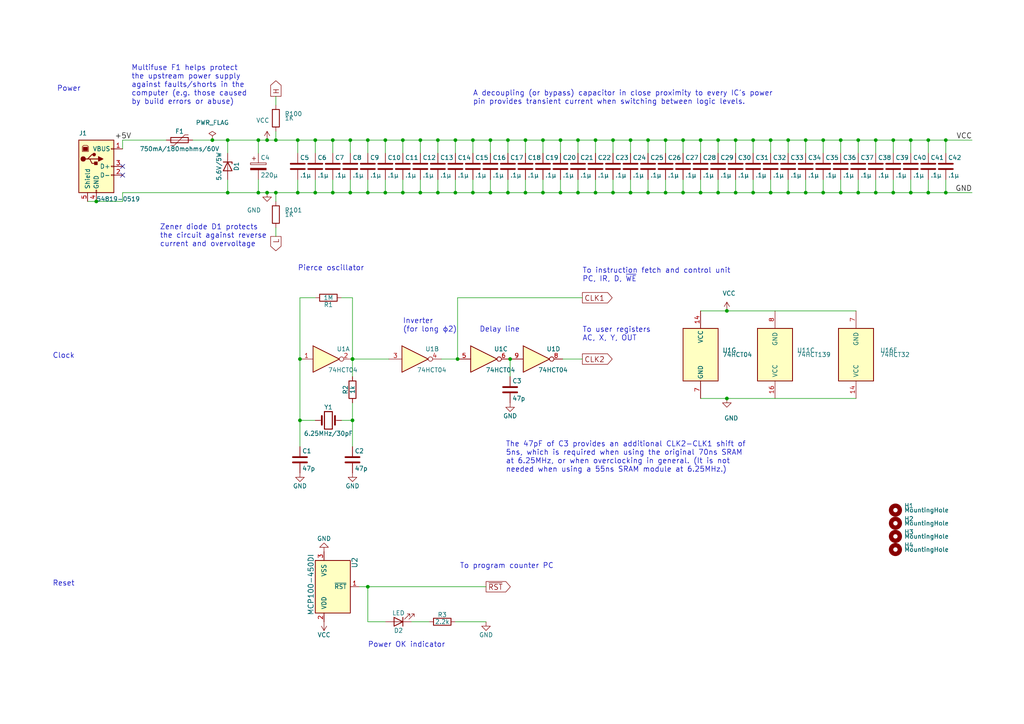
<source format=kicad_sch>
(kicad_sch (version 20211123) (generator eeschema)
  (paper "A4")
  (title_block (title "Gigatron Power, Clock and Reset") (date "2020-03-20") (rev "Release") (company "Marcel van Kervinck and Walter Belgers") (comment 1 "(POR) supervisory circuit holds /RESET low for 350ms during power up and brown outs.") (comment 2 "clock phase. This is useful for the /WE pulse derived from it. (3) The Power-On Reset") (comment 3 "(2) The oscillator generates 6.25MHz square waves. The HCT-inverter gives a long 2nd") (comment 4 "(1) Power comes from the +5V that a USB charger provides. The data lines are not used."))
  (lib_symbols
    (symbol "74xx:74HCT04"
      (property "Reference" "U" (at 0 1.27 0))
      (property "Value" "74HCT04" (at 0 -1.27 0))
      (symbol "74HCT04_1_0"
        (pin input line (at -7.62 0 0) (length 3.81) (name "~") (number "1"))
        (pin output inverted (at 7.62 0 180) (length 3.81) (name "~") (number "2"))
      )
      (symbol "74HCT04_2_0"
        (pin input line (at -7.62 0 0) (length 3.81) (name "~") (number "3"))
        (pin output inverted (at 7.62 0 180) (length 3.81) (name "~") (number "4"))
      )
      (symbol "74HCT04_3_0"
        (pin input line (at -7.62 0 0) (length 3.81) (name "~") (number "5"))
        (pin output inverted (at 7.62 0 180) (length 3.81) (name "~") (number "6"))
      )
      (symbol "74HCT04_4_0"
        (pin output inverted (at 7.62 0 180) (length 3.81) (name "~") (number "8"))
        (pin input line (at -7.62 0 0) (length 3.81) (name "~") (number "9"))
      )
      (symbol "74HCT04_5_0"
        (pin output inverted (at 7.62 0 180) (length 3.81) (name "~") (number "10"))
        (pin input line (at -7.62 0 0) (length 3.81) (name "~") (number "11"))
      )
      (symbol "74HCT04_6_0"
        (pin output inverted (at 7.62 0 180) (length 3.81) (name "~") (number "12"))
        (pin input line (at -7.62 0 0) (length 3.81) (name "~") (number "13"))
      )
      (symbol "74HCT04_7_0"
        (pin power_in line (at 0 12.7 270) (length 5.08) (name "VCC") (number "14"))
        (pin power_in line (at 0 -12.7 90) (length 5.08) (name "GND") (number "7"))
      )
    )
    (symbol "74xx:74LS139" (pin_names (offset 1.016))
      (property "Reference" "U" (at -7.62 8.89 0))
      (property "Value" "74LS139" (at -7.62 -8.89 0))
      (symbol "74LS139_1_0"
        (pin input inverted (at -12.7 -5.08 0) (length 5.08) (name "E") (number "1"))
        (pin input line (at -12.7 0 0) (length 5.08) (name "A0") (number "2"))
        (pin input line (at -12.7 2.54 0) (length 5.08) (name "A1") (number "3"))
        (pin output inverted (at 12.7 2.54 180) (length 5.08) (name "O0") (number "4"))
        (pin output inverted (at 12.7 0 180) (length 5.08) (name "O1") (number "5"))
        (pin output inverted (at 12.7 -2.54 180) (length 5.08) (name "O2") (number "6"))
        (pin output inverted (at 12.7 -5.08 180) (length 5.08) (name "O3") (number "7"))
      )
      (symbol "74LS139_2_0"
        (pin output inverted (at 12.7 -2.54 180) (length 5.08) (name "O2") (number "10"))
        (pin output inverted (at 12.7 0 180) (length 5.08) (name "O1") (number "11"))
        (pin output inverted (at 12.7 2.54 180) (length 5.08) (name "O0") (number "12"))
        (pin input line (at -12.7 2.54 0) (length 5.08) (name "A1") (number "13"))
        (pin input line (at -12.7 0 0) (length 5.08) (name "A0") (number "14"))
        (pin input inverted (at -12.7 -5.08 0) (length 5.08) (name "E") (number "15"))
        (pin output inverted (at 12.7 -5.08 180) (length 5.08) (name "O3") (number "9"))
      )
      (symbol "74LS139_3_0"
        (pin power_in line (at 0 12.7 270) (length 5.08) (name "VCC") (number "16"))
        (pin power_in line (at 0 -12.7 90) (length 5.08) (name "GND") (number "8"))
      )
    )
    (symbol "74xx:74LS32" (pin_names (offset 1.016))
      (property "Reference" "U" (at 0 1.27 0))
      (property "Value" "74LS32" (at 0 -1.27 0))
      (symbol "74LS32_1_1"
        (pin input line (at -7.62 2.54 0) (length 4.318) (name "~") (number "1"))
        (pin input line (at -7.62 -2.54 0) (length 4.318) (name "~") (number "2"))
        (pin output line (at 7.62 0 180) (length 3.81) (name "~") (number "3"))
      )
      (symbol "74LS32_1_2"
        (pin input inverted (at -7.62 2.54 0) (length 3.81) (name "~") (number "1"))
        (pin input inverted (at -7.62 -2.54 0) (length 3.81) (name "~") (number "2"))
        (pin output inverted (at 7.62 0 180) (length 3.81) (name "~") (number "3"))
      )
      (symbol "74LS32_2_1"
        (pin input line (at -7.62 2.54 0) (length 4.318) (name "~") (number "4"))
        (pin input line (at -7.62 -2.54 0) (length 4.318) (name "~") (number "5"))
        (pin output line (at 7.62 0 180) (length 3.81) (name "~") (number "6"))
      )
      (symbol "74LS32_2_2"
        (pin input inverted (at -7.62 2.54 0) (length 3.81) (name "~") (number "4"))
        (pin input inverted (at -7.62 -2.54 0) (length 3.81) (name "~") (number "5"))
        (pin output inverted (at 7.62 0 180) (length 3.81) (name "~") (number "6"))
      )
      (symbol "74LS32_3_1"
        (pin input line (at -7.62 -2.54 0) (length 4.318) (name "~") (number "10"))
        (pin output line (at 7.62 0 180) (length 3.81) (name "~") (number "8"))
        (pin input line (at -7.62 2.54 0) (length 4.318) (name "~") (number "9"))
      )
      (symbol "74LS32_3_2"
        (pin input inverted (at -7.62 -2.54 0) (length 3.81) (name "~") (number "10"))
        (pin output inverted (at 7.62 0 180) (length 3.81) (name "~") (number "8"))
        (pin input inverted (at -7.62 2.54 0) (length 3.81) (name "~") (number "9"))
      )
      (symbol "74LS32_4_1"
        (pin output line (at 7.62 0 180) (length 3.81) (name "~") (number "11"))
        (pin input line (at -7.62 2.54 0) (length 4.318) (name "~") (number "12"))
        (pin input line (at -7.62 -2.54 0) (length 4.318) (name "~") (number "13"))
      )
      (symbol "74LS32_4_2"
        (pin output inverted (at 7.62 0 180) (length 3.81) (name "~") (number "11"))
        (pin input inverted (at -7.62 2.54 0) (length 3.81) (name "~") (number "12"))
        (pin input inverted (at -7.62 -2.54 0) (length 3.81) (name "~") (number "13"))
      )
      (symbol "74LS32_5_0"
        (pin power_in line (at 0 12.7 270) (length 5.08) (name "VCC") (number "14"))
        (pin power_in line (at 0 -12.7 90) (length 5.08) (name "GND") (number "7"))
      )
    )
    (symbol "Connector:USB_B" (pin_names (offset 1.016))
      (property "Reference" "J" (at -5.08 11.43 0))
      (property "Value" "USB_B" (at -5.08 8.89 0))
      (symbol "USB_B_1_1"
        (pin power_out line (at 7.62 5.08 180) (length 2.54) (name "VBUS") (number "1"))
        (pin bidirectional line (at 7.62 -2.54 180) (length 2.54) (name "D-") (number "2"))
        (pin bidirectional line (at 7.62 0 180) (length 2.54) (name "D+") (number "3"))
        (pin power_out line (at 0 -10.16 90) (length 2.54) (name "GND") (number "4"))
        (pin passive line (at -2.54 -10.16 90) (length 2.54) (name "Shield") (number "5"))
      )
    )
    (symbol "Device:C" (pin_numbers hide) (pin_names (offset 0.254))
      (property "Reference" "C" (at 0.635 2.54 0))
      (property "Value" "C" (at 0.635 -2.54 0))
      (symbol "C_1_1"
        (pin passive line (at 0 3.81 270) (length 2.794) (name "~") (number "1"))
        (pin passive line (at 0 -3.81 90) (length 2.794) (name "~") (number "2"))
      )
    )
    (symbol "Device:CP" (pin_numbers hide) (pin_names (offset 0.254))
      (property "Reference" "C" (at 0.635 2.54 0))
      (property "Value" "Device_CP" (at 0.635 -2.54 0))
      (symbol "CP_1_1"
        (pin passive line (at 0 3.81 270) (length 2.794) (name "~") (number "1"))
        (pin passive line (at 0 -3.81 90) (length 2.794) (name "~") (number "2"))
      )
    )
    (symbol "Device:Crystal" (pin_numbers hide) (pin_names (offset 1.016) hide)
      (property "Reference" "Y" (at 0 3.81 0))
      (property "Value" "Crystal" (at 0 -3.81 0))
      (symbol "Crystal_1_1"
        (pin passive line (at -3.81 0 0) (length 1.27) (name "1") (number "1"))
        (pin passive line (at 3.81 0 180) (length 1.27) (name "2") (number "2"))
      )
    )
    (symbol "Device:D_Zener" (pin_numbers hide) (pin_names (offset 1.016) hide)
      (property "Reference" "D" (at 0 2.54 0))
      (property "Value" "D_Zener" (at 0 -2.54 0))
      (symbol "D_Zener_1_1"
        (pin passive line (at -3.81 0 0) (length 2.54) (name "K") (number "1"))
        (pin passive line (at 3.81 0 180) (length 2.54) (name "A") (number "2"))
      )
    )
    (symbol "Device:LED" (pin_numbers hide) (pin_names (offset 1.016) hide)
      (property "Reference" "D" (at 0 2.54 0))
      (property "Value" "LED" (at 0 -2.54 0))
      (symbol "LED_1_1"
        (pin passive line (at -3.81 0 0) (length 2.54) (name "K") (number "1"))
        (pin passive line (at 3.81 0 180) (length 2.54) (name "A") (number "2"))
      )
    )
    (symbol "Device:Polyfuse" (pin_numbers hide) (pin_names (offset 0))
      (property "Reference" "F" (at -2.54 0 90))
      (property "Value" "Polyfuse" (at 2.54 0 90))
      (symbol "Polyfuse_1_1"
        (pin passive line (at 0 3.81 270) (length 1.27) (name "~") (number "1"))
        (pin passive line (at 0 -3.81 90) (length 1.27) (name "~") (number "2"))
      )
    )
    (symbol "Device:R" (pin_numbers hide) (pin_names (offset 0))
      (property "Reference" "R" (at 2.032 0 90))
      (property "Value" "R" (at 0 0 90))
      (symbol "R_1_1"
        (pin passive line (at 0 3.81 270) (length 1.27) (name "~") (number "1"))
        (pin passive line (at 0 -3.81 90) (length 1.27) (name "~") (number "2"))
      )
    )
    (symbol "Mechanical:MountingHole" (pin_names (offset 1.016))
      (property "Reference" "H" (at 0 5.08 0))
      (property "Value" "MountingHole" (at 0 3.175 0))
    )
    (symbol "Power_Supervisor:MCP100-475D" (pin_names (offset 1.016))
      (property "Reference" "U" (at 0 8.89 0))
      (property "Value" "MCP100-475D" (at -1.27 -8.89 0))
      (symbol "MCP100-475D_1_1"
        (pin output line (at 7.62 0 180) (length 2.54) (name "~{RST}") (number "1"))
        (pin power_in line (at -2.54 10.16 270) (length 2.54) (name "VDD") (number "2"))
        (pin power_in line (at -2.54 -10.16 90) (length 2.54) (name "VSS") (number "3"))
      )
    )
    (symbol "power:GND" (power) (pin_names (offset 0))
      (property "Value" "GND" (at 0 -3.81 0))
      (symbol "GND_1_1"
        (pin power_in line (at 0 0 270) (length 0) hide (name "GND") (number "1"))
      )
    )
    (symbol "power:PWR_FLAG" (power) (pin_numbers hide) (pin_names (offset 0) hide)
      (property "Value" "PWR_FLAG" (at 0 3.81 0))
      (symbol "PWR_FLAG_0_0"
        (pin power_out line (at 0 0 90) (length 0) (name "pwr") (number "1"))
      )
    )
    (symbol "power:VCC" (power) (pin_names (offset 0))
      (property "Value" "VCC" (at 0 3.81 0))
      (symbol "VCC_1_1"
        (pin power_in line (at 0 0 90) (length 0) hide (name "VCC") (number "1"))
      )
    )
  )
  (junction (at 210.82 115.57))
  (junction (at 238.76 55.88))
  (junction (at 102.235 104.14))
  (junction (at 132.08 40.64))
  (junction (at 86.36 40.64))
  (junction (at 157.48 40.64))
  (junction (at 111.76 40.64))
  (junction (at 203.2 55.88))
  (junction (at 121.92 55.88))
  (junction (at 172.72 40.64))
  (junction (at 162.56 40.64))
  (junction (at 101.6 40.64))
  (junction (at 187.96 40.64))
  (junction (at 233.68 40.64))
  (junction (at 198.12 40.64))
  (junction (at 66.04 40.64))
  (junction (at 111.76 55.88))
  (junction (at 254 40.64))
  (junction (at 208.28 40.64))
  (junction (at 223.52 40.64))
  (junction (at 167.64 40.64))
  (junction (at 106.68 55.88))
  (junction (at 106.68 40.64))
  (junction (at 259.08 55.88))
  (junction (at 218.44 40.64))
  (junction (at 142.24 55.88))
  (junction (at 137.16 55.88))
  (junction (at 74.93 55.88))
  (junction (at 127 40.64))
  (junction (at 116.84 40.64))
  (junction (at 96.52 55.88))
  (junction (at 80.01 40.64))
  (junction (at 137.16 40.64))
  (junction (at 27.94 58.42))
  (junction (at 264.16 55.88))
  (junction (at 121.92 40.64))
  (junction (at 228.6 55.88))
  (junction (at 77.47 55.88))
  (junction (at 238.76 40.64))
  (junction (at 106.68 170.18))
  (junction (at 147.955 104.14))
  (junction (at 274.32 40.64))
  (junction (at 61.595 40.64))
  (junction (at 132.08 55.88))
  (junction (at 147.32 55.88))
  (junction (at 116.84 55.88))
  (junction (at 157.48 55.88))
  (junction (at 210.82 90.17))
  (junction (at 228.6 40.64))
  (junction (at 167.64 55.88))
  (junction (at 182.88 55.88))
  (junction (at 218.44 55.88))
  (junction (at 223.52 55.88))
  (junction (at 102.235 121.92))
  (junction (at 86.995 121.92))
  (junction (at 101.6 55.88))
  (junction (at 259.08 40.64))
  (junction (at 182.88 40.64))
  (junction (at 77.47 40.64))
  (junction (at 66.04 55.88))
  (junction (at 243.84 55.88))
  (junction (at 187.96 55.88))
  (junction (at 213.36 40.64))
  (junction (at 127 55.88))
  (junction (at 162.56 55.88))
  (junction (at 177.8 55.88))
  (junction (at 147.32 40.64))
  (junction (at 152.4 55.88))
  (junction (at 102.2604 104.14))
  (junction (at 243.84 40.64))
  (junction (at 248.92 40.64))
  (junction (at 233.68 55.88))
  (junction (at 74.93 40.64))
  (junction (at 80.01 55.88))
  (junction (at 269.24 55.88))
  (junction (at 274.32 55.88))
  (junction (at 177.8 40.64))
  (junction (at 142.24 40.64))
  (junction (at 213.36 55.88))
  (junction (at 203.2 40.64))
  (junction (at 269.24 40.64))
  (junction (at 86.995 104.14))
  (junction (at 172.72 55.88))
  (junction (at 193.04 40.64))
  (junction (at 264.16 40.64))
  (junction (at 132.715 104.14))
  (junction (at 91.44 55.88))
  (junction (at 193.04 55.88))
  (junction (at 86.36 55.88))
  (junction (at 208.28 55.88))
  (junction (at 91.44 40.64))
  (junction (at 152.4 40.64))
  (junction (at 248.92 55.88))
  (junction (at 254 55.88))
  (junction (at 198.12 55.88))
  (junction (at 96.52 40.64))
  (no_connect (at 35.56 48.26))
  (no_connect (at 35.56 50.8))
  (wire (pts (xy 80.01 66.04) (xy 80.01 68.58)))
  (wire (pts (xy 208.28 55.88) (xy 213.36 55.88)))
  (wire (pts (xy 142.24 40.64) (xy 142.24 44.45)))
  (wire (pts (xy 127 40.64) (xy 132.08 40.64)))
  (wire (pts (xy 182.88 40.64) (xy 182.88 44.45)))
  (wire (pts (xy 198.12 55.88) (xy 198.12 52.07)))
  (wire (pts (xy 127 40.64) (xy 127 44.45)))
  (wire (pts (xy 238.76 52.07) (xy 238.76 55.88)))
  (wire (pts (xy 203.2 40.64) (xy 208.28 40.64)))
  (wire (pts (xy 77.47 40.64) (xy 80.01 40.64)))
  (wire (pts (xy 132.08 40.64) (xy 132.08 44.45)))
  (wire (pts (xy 74.93 40.64) (xy 74.93 44.45)))
  (wire (pts (xy 55.88 40.64) (xy 61.595 40.64)))
  (wire (pts (xy 157.48 40.64) (xy 162.56 40.64)))
  (wire (pts (xy 218.44 55.88) (xy 218.44 52.07)))
  (wire (pts (xy 101.6 55.88) (xy 101.6 52.07)))
  (wire (pts (xy 182.88 40.64) (xy 187.96 40.64)))
  (wire (pts (xy 91.44 86.36) (xy 86.995 86.36)))
  (wire (pts (xy 80.01 40.64) (xy 80.01 38.1)))
  (wire (pts (xy 128.016 104.14) (xy 132.715 104.14)))
  (wire (pts (xy 187.96 55.88) (xy 193.04 55.88)))
  (wire (pts (xy 74.93 55.88) (xy 74.93 52.07)))
  (wire (pts (xy 269.24 52.07) (xy 269.24 55.88)))
  (wire (pts (xy 106.68 170.18) (xy 140.97 170.18)))
  (wire (pts (xy 248.92 52.07) (xy 248.92 55.88)))
  (wire (pts (xy 147.955 104.14) (xy 147.955 109.22)))
  (wire (pts (xy 116.84 55.88) (xy 121.92 55.88)))
  (wire (pts (xy 104.14 170.18) (xy 106.68 170.18)))
  (wire (pts (xy 96.52 40.64) (xy 96.52 44.45)))
  (wire (pts (xy 80.01 55.88) (xy 86.36 55.88)))
  (wire (pts (xy 157.48 40.64) (xy 157.48 44.45)))
  (wire (pts (xy 137.16 40.64) (xy 137.16 44.45)))
  (wire (pts (xy 77.47 55.88) (xy 80.01 55.88)))
  (wire (pts (xy 106.68 55.88) (xy 111.76 55.88)))
  (wire (pts (xy 111.76 55.88) (xy 116.84 55.88)))
  (wire (pts (xy 106.68 40.64) (xy 106.68 44.45)))
  (wire (pts (xy 147.32 55.88) (xy 147.32 52.07)))
  (wire (pts (xy 248.92 55.88) (xy 254 55.88)))
  (wire (pts (xy 228.6 55.88) (xy 233.68 55.88)))
  (wire (pts (xy 208.28 40.64) (xy 208.28 44.45)))
  (wire (pts (xy 218.44 40.64) (xy 223.52 40.64)))
  (wire (pts (xy 142.24 55.88) (xy 147.32 55.88)))
  (wire (pts (xy 142.24 55.88) (xy 142.24 52.07)))
  (wire (pts (xy 208.28 40.64) (xy 213.36 40.64)))
  (wire (pts (xy 86.995 104.14) (xy 86.995 121.92)))
  (wire (pts (xy 80.01 30.48) (xy 80.01 27.94)))
  (wire (pts (xy 102.235 121.92) (xy 102.235 129.54)))
  (wire (pts (xy 254 40.64) (xy 259.08 40.64)))
  (wire (pts (xy 101.6 55.88) (xy 106.68 55.88)))
  (wire (pts (xy 127 55.88) (xy 132.08 55.88)))
  (wire (pts (xy 238.76 40.64) (xy 243.84 40.64)))
  (wire (pts (xy 152.4 55.88) (xy 152.4 52.07)))
  (wire (pts (xy 274.32 55.88) (xy 281.94 55.88)))
  (wire (pts (xy 193.04 40.64) (xy 198.12 40.64)))
  (wire (pts (xy 238.76 44.45) (xy 238.76 40.64)))
  (wire (pts (xy 147.32 40.64) (xy 152.4 40.64)))
  (wire (pts (xy 132.08 40.64) (xy 137.16 40.64)))
  (wire (pts (xy 228.6 40.64) (xy 233.68 40.64)))
  (wire (pts (xy 96.52 40.64) (xy 101.6 40.64)))
  (wire (pts (xy 101.6 40.64) (xy 101.6 44.45)))
  (wire (pts (xy 223.52 55.88) (xy 228.6 55.88)))
  (wire (pts (xy 248.92 44.45) (xy 248.92 40.64)))
  (wire (pts (xy 228.6 40.64) (xy 228.6 44.45)))
  (wire (pts (xy 152.4 55.88) (xy 157.48 55.88)))
  (wire (pts (xy 66.04 55.88) (xy 66.04 52.07)))
  (wire (pts (xy 210.82 115.57) (xy 248.285 115.57)))
  (wire (pts (xy 233.68 40.64) (xy 238.76 40.64)))
  (wire (pts (xy 218.44 40.64) (xy 218.44 44.45)))
  (wire (pts (xy 102.235 86.36) (xy 102.235 104.14)))
  (wire (pts (xy 163.195 104.14) (xy 168.91 104.14)))
  (wire (pts (xy 213.36 55.88) (xy 218.44 55.88)))
  (wire (pts (xy 66.04 40.64) (xy 66.04 44.45)))
  (wire (pts (xy 167.64 40.64) (xy 167.64 44.45)))
  (wire (pts (xy 96.52 55.88) (xy 96.52 52.07)))
  (wire (pts (xy 167.64 55.88) (xy 172.72 55.88)))
  (wire (pts (xy 208.28 55.88) (xy 208.28 52.07)))
  (wire (pts (xy 66.04 55.88) (xy 74.93 55.88)))
  (wire (pts (xy 116.84 55.88) (xy 116.84 52.07)))
  (wire (pts (xy 116.84 40.64) (xy 116.84 44.45)))
  (wire (pts (xy 96.52 55.88) (xy 101.6 55.88)))
  (wire (pts (xy 66.04 40.64) (xy 74.93 40.64)))
  (wire (pts (xy 213.36 40.64) (xy 213.36 44.45)))
  (wire (pts (xy 187.96 55.88) (xy 187.96 52.07)))
  (wire (pts (xy 61.595 40.64) (xy 66.04 40.64)))
  (wire (pts (xy 116.84 40.64) (xy 121.92 40.64)))
  (wire (pts (xy 187.96 40.64) (xy 193.04 40.64)))
  (wire (pts (xy 152.4 40.64) (xy 152.4 44.45)))
  (wire (pts (xy 35.56 55.88) (xy 35.56 58.42)))
  (wire (pts (xy 233.68 40.64) (xy 233.68 44.45)))
  (wire (pts (xy 132.715 86.36) (xy 168.91 86.36)))
  (wire (pts (xy 243.84 40.64) (xy 248.92 40.64)))
  (wire (pts (xy 132.715 86.36) (xy 132.715 104.14)))
  (wire (pts (xy 91.44 40.64) (xy 96.52 40.64)))
  (wire (pts (xy 111.76 55.88) (xy 111.76 52.07)))
  (wire (pts (xy 259.08 55.88) (xy 264.16 55.88)))
  (wire (pts (xy 198.12 40.64) (xy 198.12 44.45)))
  (wire (pts (xy 172.72 40.64) (xy 177.8 40.64)))
  (wire (pts (xy 142.24 40.64) (xy 147.32 40.64)))
  (wire (pts (xy 106.68 180.34) (xy 111.76 180.34)))
  (wire (pts (xy 127 55.88) (xy 127 52.07)))
  (wire (pts (xy 223.52 40.64) (xy 223.52 44.45)))
  (wire (pts (xy 213.36 40.64) (xy 218.44 40.64)))
  (wire (pts (xy 274.32 52.07) (xy 274.32 55.88)))
  (wire (pts (xy 213.36 55.88) (xy 213.36 52.07)))
  (wire (pts (xy 137.16 40.64) (xy 142.24 40.64)))
  (wire (pts (xy 198.12 40.64) (xy 203.2 40.64)))
  (wire (pts (xy 193.04 55.88) (xy 198.12 55.88)))
  (wire (pts (xy 172.72 55.88) (xy 177.8 55.88)))
  (wire (pts (xy 254 55.88) (xy 259.08 55.88)))
  (wire (pts (xy 233.68 55.88) (xy 238.76 55.88)))
  (wire (pts (xy 172.72 55.88) (xy 172.72 52.07)))
  (wire (pts (xy 99.06 121.92) (xy 102.235 121.92)))
  (wire (pts (xy 243.84 52.07) (xy 243.84 55.88)))
  (wire (pts (xy 35.56 55.88) (xy 66.04 55.88)))
  (wire (pts (xy 198.12 55.88) (xy 203.2 55.88)))
  (wire (pts (xy 162.56 40.64) (xy 162.56 44.45)))
  (wire (pts (xy 121.92 40.64) (xy 127 40.64)))
  (wire (pts (xy 121.92 55.88) (xy 127 55.88)))
  (wire (pts (xy 86.36 55.88) (xy 91.44 55.88)))
  (wire (pts (xy 106.68 40.64) (xy 111.76 40.64)))
  (wire (pts (xy 274.32 40.64) (xy 281.94 40.64)))
  (wire (pts (xy 102.235 116.84) (xy 102.235 121.92)))
  (wire (pts (xy 157.48 55.88) (xy 162.56 55.88)))
  (wire (pts (xy 147.32 55.88) (xy 152.4 55.88)))
  (wire (pts (xy 259.08 52.07) (xy 259.08 55.88)))
  (wire (pts (xy 111.76 40.64) (xy 116.84 40.64)))
  (wire (pts (xy 182.88 55.88) (xy 187.96 55.88)))
  (wire (pts (xy 269.24 40.64) (xy 274.32 40.64)))
  (wire (pts (xy 259.08 40.64) (xy 264.16 40.64)))
  (wire (pts (xy 243.84 44.45) (xy 243.84 40.64)))
  (wire (pts (xy 223.52 55.88) (xy 223.52 52.07)))
  (wire (pts (xy 147.32 40.64) (xy 147.32 44.45)))
  (wire (pts (xy 187.96 40.64) (xy 187.96 44.45)))
  (wire (pts (xy 177.8 40.64) (xy 177.8 44.45)))
  (wire (pts (xy 264.16 40.64) (xy 269.24 40.64)))
  (wire (pts (xy 157.48 55.88) (xy 157.48 52.07)))
  (wire (pts (xy 106.68 170.18) (xy 106.68 180.34)))
  (wire (pts (xy 259.08 44.45) (xy 259.08 40.64)))
  (wire (pts (xy 86.995 86.36) (xy 86.995 104.14)))
  (wire (pts (xy 172.72 40.64) (xy 172.72 44.45)))
  (wire (pts (xy 274.32 44.45) (xy 274.32 40.64)))
  (wire (pts (xy 86.36 40.64) (xy 91.44 40.64)))
  (wire (pts (xy 193.04 40.64) (xy 193.04 44.45)))
  (wire (pts (xy 80.01 40.64) (xy 86.36 40.64)))
  (wire (pts (xy 203.2 55.88) (xy 208.28 55.88)))
  (wire (pts (xy 27.94 58.42) (xy 25.4 58.42)))
  (wire (pts (xy 167.64 55.88) (xy 167.64 52.07)))
  (wire (pts (xy 119.38 180.34) (xy 124.46 180.34)))
  (wire (pts (xy 203.2 115.57) (xy 210.82 115.57)))
  (wire (pts (xy 74.93 40.64) (xy 77.47 40.64)))
  (wire (pts (xy 132.08 180.34) (xy 140.97 180.34)))
  (wire (pts (xy 203.2 90.17) (xy 210.82 90.17)))
  (wire (pts (xy 102.235 104.14) (xy 102.235 109.22)))
  (wire (pts (xy 35.56 43.18) (xy 35.56 40.64)))
  (wire (pts (xy 264.16 55.88) (xy 269.24 55.88)))
  (wire (pts (xy 182.88 55.88) (xy 182.88 52.07)))
  (wire (pts (xy 74.93 55.88) (xy 77.47 55.88)))
  (wire (pts (xy 91.44 40.64) (xy 91.44 44.45)))
  (wire (pts (xy 121.92 40.64) (xy 121.92 44.45)))
  (wire (pts (xy 210.82 90.17) (xy 248.285 90.17)))
  (wire (pts (xy 152.4 40.64) (xy 157.48 40.64)))
  (wire (pts (xy 27.94 58.42) (xy 35.56 58.42)))
  (wire (pts (xy 248.92 40.64) (xy 254 40.64)))
  (wire (pts (xy 111.76 40.64) (xy 111.76 44.45)))
  (wire (pts (xy 86.36 44.45) (xy 86.36 40.64)))
  (wire (pts (xy 167.64 40.64) (xy 172.72 40.64)))
  (wire (pts (xy 102.2604 104.14) (xy 112.776 104.14)))
  (wire (pts (xy 269.24 55.88) (xy 274.32 55.88)))
  (wire (pts (xy 233.68 55.88) (xy 233.68 52.07)))
  (wire (pts (xy 162.56 40.64) (xy 167.64 40.64)))
  (wire (pts (xy 243.84 55.88) (xy 248.92 55.88)))
  (wire (pts (xy 132.08 55.88) (xy 137.16 55.88)))
  (wire (pts (xy 177.8 55.88) (xy 177.8 52.07)))
  (wire (pts (xy 121.92 55.88) (xy 121.92 52.07)))
  (wire (pts (xy 91.44 121.92) (xy 86.995 121.92)))
  (wire (pts (xy 80.01 55.88) (xy 80.01 58.42)))
  (wire (pts (xy 132.08 55.88) (xy 132.08 52.07)))
  (wire (pts (xy 269.24 44.45) (xy 269.24 40.64)))
  (wire (pts (xy 177.8 40.64) (xy 182.88 40.64)))
  (wire (pts (xy 254 52.07) (xy 254 55.88)))
  (wire (pts (xy 254 44.45) (xy 254 40.64)))
  (wire (pts (xy 99.06 86.36) (xy 102.235 86.36)))
  (wire (pts (xy 91.44 55.88) (xy 91.44 52.07)))
  (wire (pts (xy 238.76 55.88) (xy 243.84 55.88)))
  (wire (pts (xy 162.56 55.88) (xy 167.64 55.88)))
  (wire (pts (xy 137.16 55.88) (xy 142.24 55.88)))
  (wire (pts (xy 223.52 40.64) (xy 228.6 40.64)))
  (wire (pts (xy 203.2 55.88) (xy 203.2 52.07)))
  (wire (pts (xy 86.995 121.92) (xy 86.995 129.54)))
  (wire (pts (xy 228.6 55.88) (xy 228.6 52.07)))
  (wire (pts (xy 264.16 52.07) (xy 264.16 55.88)))
  (wire (pts (xy 101.6 40.64) (xy 106.68 40.64)))
  (wire (pts (xy 106.68 55.88) (xy 106.68 52.07)))
  (wire (pts (xy 264.16 44.45) (xy 264.16 40.64)))
  (wire (pts (xy 203.2 40.64) (xy 203.2 44.45)))
  (wire (pts (xy 193.04 55.88) (xy 193.04 52.07)))
  (wire (pts (xy 86.36 55.88) (xy 86.36 52.07)))
  (wire (pts (xy 35.56 40.64) (xy 48.26 40.64)))
  (wire (pts (xy 137.16 55.88) (xy 137.16 52.07)))
  (wire (pts (xy 162.56 55.88) (xy 162.56 52.07)))
  (wire (pts (xy 218.44 55.88) (xy 223.52 55.88)))
  (wire (pts (xy 91.44 55.88) (xy 96.52 55.88)))
  (wire (pts (xy 177.8 55.88) (xy 182.88 55.88)))
  (text "To user registers\nAC, X, Y, OUT" (at 168.91 99.06 0) (effects (font (size 1.524 1.524)) (justify left bottom)))
  (text "Zener diode D1 protects\nthe circuit against reverse\ncurrent and overvoltage" (at 46.355 71.755 0) (effects (font (size 1.524 1.524)) (justify left bottom)))
  (text "Clock" (at 15.24 104.14 0) (effects (font (size 1.524 1.524)) (justify left bottom)))
  (text "The 47pF of C3 provides an additional CLK2-CLK1 shift of\n5ns, which is required when using the original 70ns SRAM\nat 6.25MHz, or when overclocking in general. (It is not\nneeded when using a 55ns SRAM module at 6.25MHz.)" (at 146.685 137.16 0) (effects (font (size 1.524 1.524)) (justify left bottom)))
  (text "Multifuse F1 helps protect\nthe upstream power supply\nagainst faults/shorts in the\ncomputer (e.g. those caused\nby build errors or abuse)" (at 38.1 30.48 0) (effects (font (size 1.524 1.524)) (justify left bottom)))
  (text "To instruction fetch and control unit\nPC, IR, D, ~{WE}" (at 168.91 81.915 0) (effects (font (size 1.524 1.524)) (justify left bottom)))
  (text "A decoupling (or bypass) capacitor in close proximity to every IC's power\npin provides transient current when switching between logic levels.\n" (at 137.16 30.48 0) (effects (font (size 1.524 1.524)) (justify left bottom)))
  (text "Power OK indicator" (at 106.68 187.96 0) (effects (font (size 1.524 1.524)) (justify left bottom)))
  (text "Power" (at 16.51 26.67 0) (effects (font (size 1.524 1.524)) (justify left bottom)))
  (text "Inverter \n(for long ɸ2)" (at 116.84 96.52 0) (effects (font (size 1.524 1.524)) (justify left bottom)))
  (text "Pierce oscillator" (at 86.36 78.74 0) (effects (font (size 1.524 1.524)) (justify left bottom)))
  (text "Reset" (at 15.24 170.18 0) (effects (font (size 1.524 1.524)) (justify left bottom)))
  (text "Delay line" (at 139.065 96.52 0) (effects (font (size 1.524 1.524)) (justify left bottom)))
  (text "To program counter PC" (at 133.35 165.1 0) (effects (font (size 1.524 1.524)) (justify left bottom)))
  (label "GND" (at 281.94 55.88 180) (effects (font (size 1.524 1.524))))
  (label "+5V" (at 38.1 40.64 180) (effects (font (size 1.524 1.524))))
  (label "VCC" (at 281.94 40.64 180) (effects (font (size 1.524 1.524))))
  (global_label "H" (shape output) (at 80.01 27.94 90) (effects (font (size 1.524 1.524))) (property "Intersheet References" "${INTERSHEET_REFS}" (effects hide)))
  (global_label "CLK2" (shape output) (at 168.91 104.14 0) (effects (font (size 1.524 1.524))) (property "Intersheet References" "${INTERSHEET_REFS}" (effects hide)))
  (global_label "~{RST}" (shape output) (at 140.97 170.18 0) (effects (font (size 1.524 1.524))) (property "Intersheet References" "${INTERSHEET_REFS}" (effects hide)))
  (global_label "L" (shape output) (at 80.01 68.58 270) (effects (font (size 1.524 1.524))) (property "Intersheet References" "${INTERSHEET_REFS}" (effects hide)))
  (global_label "CLK1" (shape output) (at 168.91 86.36 0) (effects (font (size 1.524 1.524))) (property "Intersheet References" "${INTERSHEET_REFS}" (effects hide)))
  (symbol (lib_id "Device:R") (at 95.25 86.36 270) (unit 1)
    (property "Reference" "R1" (at 95.25 88.392 90))
    (property "Value" "1M" (at 95.25 86.36 90))
    (property "Footprint" "Resistor_THT:R_Axial_DIN0207_L6.3mm_D2.5mm_P10.16mm_Horizontal" (effects hide))
  )
  (symbol (lib_id "Device:R") (at 102.235 113.03 180) (unit 1)
    (property "Reference" "R2" (at 100.203 113.03 90))
    (property "Value" "1k" (at 102.235 113.03 90))
    (property "Footprint" "Resistor_THT:R_Axial_DIN0207_L6.3mm_D2.5mm_P10.16mm_Horizontal" (effects hide))
  )
  (symbol (lib_id "Device:C") (at 102.235 133.35 0) (unit 1)
    (property "Reference" "C2" (at 102.87 130.81 0) (effects (justify left)))
    (property "Value" "47p" (at 102.87 135.89 0) (effects (justify left)))
    (property "Footprint" "Capacitor_THT:C_Disc_D3.0mm_W2.0mm_P2.50mm" (effects hide))
  )
  (symbol (lib_id "Device:C") (at 86.995 133.35 0) (unit 1)
    (property "Reference" "C1" (at 87.63 130.81 0) (effects (justify left)))
    (property "Value" "47p" (at 87.63 135.89 0) (effects (justify left)))
    (property "Footprint" "Capacitor_THT:C_Disc_D3.0mm_W2.0mm_P2.50mm" (effects hide))
  )
  (symbol (lib_id "Device:C") (at 147.955 113.03 0) (unit 1)
    (property "Reference" "C3" (at 148.59 110.49 0) (effects (justify left)))
    (property "Value" "47p" (at 148.59 115.57 0) (effects (justify left)))
    (property "Footprint" "Capacitor_THT:C_Disc_D3.0mm_W2.0mm_P2.50mm" (effects hide))
  )
  (symbol (lib_id "power:GND") (at 147.955 116.84 0) (unit 1)
    (property "Reference" "#PWR01" (effects hide))
    (property "Value" "GND" (at 147.955 120.65 0))
  )
  (symbol (lib_id "power:GND") (at 102.235 137.16 0) (unit 1)
    (property "Reference" "#PWR02" (effects hide))
    (property "Value" "GND" (at 102.235 140.97 0))
  )
  (symbol (lib_id "power:GND") (at 86.995 137.16 0) (unit 1)
    (property "Reference" "#PWR03" (effects hide))
    (property "Value" "GND" (at 86.995 140.97 0))
  )
  (symbol (lib_id "Device:Crystal") (at 95.25 121.92 0) (unit 1)
    (property "Reference" "Y1" (at 95.25 118.11 0))
    (property "Value" "6.25MHz/30pF" (at 95.25 125.73 0))
    (property "Footprint" "Crystal:Crystal_HC49-U_Vertical" (effects hide))
  )
  (symbol (lib_id "Device:Polyfuse") (at 52.07 40.64 270) (unit 1)
    (property "Reference" "F1" (at 52.07 38.1 90))
    (property "Value" "750mA/180mohms/60V" (at 52.07 43.18 90))
    (property "Footprint" "Fuse:Fuse_Littelfuse_395Series" (effects hide))
  )
  (symbol (lib_id "Device:D_Zener") (at 66.04 48.26 270) (unit 1)
    (property "Reference" "D1" (at 68.58 48.26 0))
    (property "Value" "5.6V/5W" (at 63.5 48.26 0))
    (property "Footprint" "Diode_THT:D_DO-15_P12.70mm_Horizontal" (effects hide))
  )
  (symbol (lib_id "Device:CP") (at 74.93 48.26 0) (unit 1)
    (property "Reference" "C4" (at 75.565 45.72 0) (effects (justify left)))
    (property "Value" "220µ" (at 75.565 50.8 0) (effects (justify left)))
    (property "Footprint" "Capacitor_THT:CP_Radial_D8.0mm_P3.50mm" (effects hide))
  )
  (symbol (lib_id "power:GND") (at 93.98 160.02 180) (unit 1)
    (property "Reference" "#PWR06" (effects hide))
    (property "Value" "GND" (at 93.98 156.21 0))
  )
  (symbol (lib_id "power:VCC") (at 93.98 180.34 180) (unit 1)
    (property "Reference" "#PWR07" (effects hide))
    (property "Value" "VCC" (at 93.98 184.15 0))
  )
  (symbol (lib_id "Device:LED") (at 115.57 180.34 180) (unit 1)
    (property "Reference" "D2" (at 115.57 182.88 0))
    (property "Value" "LED" (at 115.57 177.8 0))
    (property "Footprint" "LED_THT:LED_D3.0mm" (effects hide))
  )
  (symbol (lib_id "Device:R") (at 128.27 180.34 90) (unit 1)
    (property "Reference" "R3" (at 128.27 178.308 90))
    (property "Value" "2.2k" (at 128.27 180.34 90))
    (property "Footprint" "Resistor_THT:R_Axial_DIN0207_L6.3mm_D2.5mm_P10.16mm_Horizontal" (effects hide))
  )
  (symbol (lib_id "power:GND") (at 140.97 180.34 0) (unit 1)
    (property "Reference" "#PWR08" (effects hide))
    (property "Value" "GND" (at 140.97 184.15 0))
  )
  (symbol (lib_id "Power_Supervisor:MCP100-475D") (at 96.52 170.18 0) (mirror x) (unit 1)
    (property "Reference" "U2" (at 102.87 163.195 90) (effects (font (size 1.524 1.524))))
    (property "Value" "MCP100-450DI" (at 90.17 169.545 90) (effects (font (size 1.524 1.524))))
    (property "Footprint" "Package_TO_SOT_THT:TO-92L_Inline_Wide" (effects hide))
  )
  (symbol (lib_id "Device:C") (at 96.52 48.26 0) (unit 1)
    (property "Reference" "C7" (at 97.155 45.72 0) (effects (justify left)))
    (property "Value" ".1µ" (at 97.155 50.8 0) (effects (justify left)))
    (property "Footprint" "Capacitor_THT:C_Disc_D4.3mm_W1.9mm_P5.00mm" (effects hide))
  )
  (symbol (lib_id "Device:C") (at 101.6 48.26 0) (unit 1)
    (property "Reference" "C8" (at 102.235 45.72 0) (effects (justify left)))
    (property "Value" ".1µ" (at 102.235 50.8 0) (effects (justify left)))
    (property "Footprint" "Capacitor_THT:C_Disc_D4.3mm_W1.9mm_P5.00mm" (effects hide))
  )
  (symbol (lib_id "Device:C") (at 106.68 48.26 0) (unit 1)
    (property "Reference" "C9" (at 107.315 45.72 0) (effects (justify left)))
    (property "Value" ".1µ" (at 107.315 50.8 0) (effects (justify left)))
    (property "Footprint" "Capacitor_THT:C_Disc_D4.3mm_W1.9mm_P5.00mm" (effects hide))
  )
  (symbol (lib_id "Device:C") (at 111.76 48.26 0) (unit 1)
    (property "Reference" "C10" (at 112.395 45.72 0) (effects (justify left)))
    (property "Value" ".1µ" (at 112.395 50.8 0) (effects (justify left)))
    (property "Footprint" "Capacitor_THT:C_Disc_D4.3mm_W1.9mm_P5.00mm" (effects hide))
  )
  (symbol (lib_id "Device:C") (at 116.84 48.26 0) (unit 1)
    (property "Reference" "C11" (at 117.475 45.72 0) (effects (justify left)))
    (property "Value" ".1µ" (at 117.475 50.8 0) (effects (justify left)))
    (property "Footprint" "Capacitor_THT:C_Disc_D4.3mm_W1.9mm_P5.00mm" (effects hide))
  )
  (symbol (lib_id "Device:C") (at 121.92 48.26 0) (unit 1)
    (property "Reference" "C12" (at 122.555 45.72 0) (effects (justify left)))
    (property "Value" ".1µ" (at 122.555 50.8 0) (effects (justify left)))
    (property "Footprint" "Capacitor_THT:C_Disc_D4.3mm_W1.9mm_P5.00mm" (effects hide))
  )
  (symbol (lib_id "Device:C") (at 127 48.26 0) (unit 1)
    (property "Reference" "C13" (at 127.635 45.72 0) (effects (justify left)))
    (property "Value" ".1µ" (at 127.635 50.8 0) (effects (justify left)))
    (property "Footprint" "Capacitor_THT:C_Disc_D4.3mm_W1.9mm_P5.00mm" (effects hide))
  )
  (symbol (lib_id "Device:C") (at 132.08 48.26 0) (unit 1)
    (property "Reference" "C14" (at 132.715 45.72 0) (effects (justify left)))
    (property "Value" ".1µ" (at 132.715 50.8 0) (effects (justify left)))
    (property "Footprint" "Capacitor_THT:C_Disc_D4.3mm_W1.9mm_P5.00mm" (effects hide))
  )
  (symbol (lib_id "Device:C") (at 137.16 48.26 0) (unit 1)
    (property "Reference" "C15" (at 137.795 45.72 0) (effects (justify left)))
    (property "Value" ".1µ" (at 137.795 50.8 0) (effects (justify left)))
    (property "Footprint" "Capacitor_THT:C_Disc_D4.3mm_W1.9mm_P5.00mm" (effects hide))
  )
  (symbol (lib_id "Device:C") (at 142.24 48.26 0) (unit 1)
    (property "Reference" "C16" (at 142.875 45.72 0) (effects (justify left)))
    (property "Value" ".1µ" (at 142.875 50.8 0) (effects (justify left)))
    (property "Footprint" "Capacitor_THT:C_Disc_D4.3mm_W1.9mm_P5.00mm" (effects hide))
  )
  (symbol (lib_id "Device:C") (at 147.32 48.26 0) (unit 1)
    (property "Reference" "C17" (at 147.955 45.72 0) (effects (justify left)))
    (property "Value" ".1µ" (at 147.955 50.8 0) (effects (justify left)))
    (property "Footprint" "Capacitor_THT:C_Disc_D4.3mm_W1.9mm_P5.00mm" (effects hide))
  )
  (symbol (lib_id "Device:C") (at 152.4 48.26 0) (unit 1)
    (property "Reference" "C18" (at 153.035 45.72 0) (effects (justify left)))
    (property "Value" ".1µ" (at 153.035 50.8 0) (effects (justify left)))
    (property "Footprint" "Capacitor_THT:C_Disc_D4.3mm_W1.9mm_P5.00mm" (effects hide))
  )
  (symbol (lib_id "Device:C") (at 157.48 48.26 0) (unit 1)
    (property "Reference" "C19" (at 158.115 45.72 0) (effects (justify left)))
    (property "Value" ".1µ" (at 158.115 50.8 0) (effects (justify left)))
    (property "Footprint" "Capacitor_THT:C_Disc_D4.3mm_W1.9mm_P5.00mm" (effects hide))
  )
  (symbol (lib_id "Device:C") (at 162.56 48.26 0) (unit 1)
    (property "Reference" "C20" (at 163.195 45.72 0) (effects (justify left)))
    (property "Value" ".1µ" (at 163.195 50.8 0) (effects (justify left)))
    (property "Footprint" "Capacitor_THT:C_Disc_D4.3mm_W1.9mm_P5.00mm" (effects hide))
  )
  (symbol (lib_id "Device:C") (at 167.64 48.26 0) (unit 1)
    (property "Reference" "C21" (at 168.275 45.72 0) (effects (justify left)))
    (property "Value" ".1µ" (at 168.275 50.8 0) (effects (justify left)))
    (property "Footprint" "Capacitor_THT:C_Disc_D4.3mm_W1.9mm_P5.00mm" (effects hide))
  )
  (symbol (lib_id "Device:C") (at 172.72 48.26 0) (unit 1)
    (property "Reference" "C22" (at 173.355 45.72 0) (effects (justify left)))
    (property "Value" ".1µ" (at 173.355 50.8 0) (effects (justify left)))
    (property "Footprint" "Capacitor_THT:C_Disc_D4.3mm_W1.9mm_P5.00mm" (effects hide))
  )
  (symbol (lib_id "Device:C") (at 182.88 48.26 0) (unit 1)
    (property "Reference" "C24" (at 183.515 45.72 0) (effects (justify left)))
    (property "Value" ".1µ" (at 183.515 50.8 0) (effects (justify left)))
    (property "Footprint" "Capacitor_THT:C_Disc_D4.3mm_W1.9mm_P5.00mm" (effects hide))
  )
  (symbol (lib_id "Device:C") (at 177.8 48.26 0) (unit 1)
    (property "Reference" "C23" (at 178.435 45.72 0) (effects (justify left)))
    (property "Value" ".1µ" (at 178.435 50.8 0) (effects (justify left)))
    (property "Footprint" "Capacitor_THT:C_Disc_D4.3mm_W1.9mm_P5.00mm" (effects hide))
  )
  (symbol (lib_id "Device:C") (at 187.96 48.26 0) (unit 1)
    (property "Reference" "C25" (at 188.595 45.72 0) (effects (justify left)))
    (property "Value" ".1µ" (at 188.595 50.8 0) (effects (justify left)))
    (property "Footprint" "Capacitor_THT:C_Disc_D4.3mm_W1.9mm_P5.00mm" (effects hide))
  )
  (symbol (lib_id "Device:C") (at 193.04 48.26 0) (unit 1)
    (property "Reference" "C26" (at 193.675 45.72 0) (effects (justify left)))
    (property "Value" ".1µ" (at 193.675 50.8 0) (effects (justify left)))
    (property "Footprint" "Capacitor_THT:C_Disc_D4.3mm_W1.9mm_P5.00mm" (effects hide))
  )
  (symbol (lib_id "Device:C") (at 198.12 48.26 0) (unit 1)
    (property "Reference" "C27" (at 198.755 45.72 0) (effects (justify left)))
    (property "Value" ".1µ" (at 198.755 50.8 0) (effects (justify left)))
    (property "Footprint" "Capacitor_THT:C_Disc_D4.3mm_W1.9mm_P5.00mm" (effects hide))
  )
  (symbol (lib_id "Device:C") (at 203.2 48.26 0) (unit 1)
    (property "Reference" "C28" (at 203.835 45.72 0) (effects (justify left)))
    (property "Value" ".1µ" (at 203.835 50.8 0) (effects (justify left)))
    (property "Footprint" "Capacitor_THT:C_Disc_D4.3mm_W1.9mm_P5.00mm" (effects hide))
  )
  (symbol (lib_id "Device:C") (at 208.28 48.26 0) (unit 1)
    (property "Reference" "C29" (at 208.915 45.72 0) (effects (justify left)))
    (property "Value" ".1µ" (at 208.915 50.8 0) (effects (justify left)))
    (property "Footprint" "Capacitor_THT:C_Disc_D4.3mm_W1.9mm_P5.00mm" (effects hide))
  )
  (symbol (lib_id "Device:C") (at 213.36 48.26 0) (unit 1)
    (property "Reference" "C30" (at 213.995 45.72 0) (effects (justify left)))
    (property "Value" ".1µ" (at 213.995 50.8 0) (effects (justify left)))
    (property "Footprint" "Capacitor_THT:C_Disc_D4.3mm_W1.9mm_P5.00mm" (effects hide))
  )
  (symbol (lib_id "Device:C") (at 218.44 48.26 0) (unit 1)
    (property "Reference" "C31" (at 219.075 45.72 0) (effects (justify left)))
    (property "Value" ".1µ" (at 219.075 50.8 0) (effects (justify left)))
    (property "Footprint" "Capacitor_THT:C_Disc_D4.3mm_W1.9mm_P5.00mm" (effects hide))
  )
  (symbol (lib_id "Device:C") (at 223.52 48.26 0) (unit 1)
    (property "Reference" "C32" (at 224.155 45.72 0) (effects (justify left)))
    (property "Value" ".1µ" (at 224.155 50.8 0) (effects (justify left)))
    (property "Footprint" "Capacitor_THT:C_Disc_D4.3mm_W1.9mm_P5.00mm" (effects hide))
  )
  (symbol (lib_id "Device:C") (at 228.6 48.26 0) (unit 1)
    (property "Reference" "C33" (at 229.235 45.72 0) (effects (justify left)))
    (property "Value" ".1µ" (at 229.235 50.8 0) (effects (justify left)))
    (property "Footprint" "Capacitor_THT:C_Disc_D4.3mm_W1.9mm_P5.00mm" (effects hide))
  )
  (symbol (lib_id "Device:C") (at 233.68 48.26 0) (unit 1)
    (property "Reference" "C34" (at 234.315 45.72 0) (effects (justify left)))
    (property "Value" ".1µ" (at 234.315 50.8 0) (effects (justify left)))
    (property "Footprint" "Capacitor_THT:C_Disc_D4.3mm_W1.9mm_P5.00mm" (effects hide))
  )
  (symbol (lib_id "Device:C") (at 238.76 48.26 0) (unit 1)
    (property "Reference" "C35" (at 239.395 45.72 0) (effects (justify left)))
    (property "Value" ".1µ" (at 239.395 50.8 0) (effects (justify left)))
    (property "Footprint" "Capacitor_THT:C_Disc_D4.3mm_W1.9mm_P5.00mm" (effects hide))
  )
  (symbol (lib_id "Device:C") (at 243.84 48.26 0) (unit 1)
    (property "Reference" "C36" (at 244.475 45.72 0) (effects (justify left)))
    (property "Value" ".1µ" (at 244.475 50.8 0) (effects (justify left)))
    (property "Footprint" "Capacitor_THT:C_Disc_D4.3mm_W1.9mm_P5.00mm" (effects hide))
  )
  (symbol (lib_id "74xx:74HCT04") (at 94.615 104.14 0) (unit 1)
    (property "Reference" "U1" (at 99.568 101.219 0))
    (property "Value" "74HCT04" (at 99.441 107.315 0))
    (property "Footprint" "Package_DIP:DIP-14_W7.62mm" (effects hide))
  )
  (symbol (lib_id "74xx:74HCT04") (at 120.396 104.14 0) (unit 2)
    (property "Reference" "U1" (at 125.349 101.219 0))
    (property "Value" "74HCT04" (at 125.222 107.315 0))
    (property "Footprint" "Package_DIP:DIP-14_W7.62mm" (effects hide))
  )
  (symbol (lib_id "74xx:74HCT04") (at 140.335 104.14 0) (unit 3)
    (property "Reference" "U1" (at 145.288 101.219 0))
    (property "Value" "74HCT04" (at 145.161 107.315 0))
    (property "Footprint" "Package_DIP:DIP-14_W7.62mm" (effects hide))
  )
  (symbol (lib_id "74xx:74HCT04") (at 155.575 104.14 0) (unit 4)
    (property "Reference" "U1" (at 160.528 101.219 0))
    (property "Value" "74HCT04" (at 160.401 107.315 0))
    (property "Footprint" "Package_DIP:DIP-14_W7.62mm" (effects hide))
  )
  (symbol (lib_id "Device:C") (at 248.92 48.26 0) (unit 1)
    (property "Reference" "C37" (at 249.555 45.72 0) (effects (justify left)))
    (property "Value" ".1µ" (at 249.555 50.8 0) (effects (justify left)))
    (property "Footprint" "Capacitor_THT:C_Disc_D4.3mm_W1.9mm_P5.00mm" (effects hide))
  )
  (symbol (lib_id "Device:C") (at 254 48.26 0) (unit 1)
    (property "Reference" "C38" (at 254.635 45.72 0) (effects (justify left)))
    (property "Value" ".1µ" (at 254.635 50.8 0) (effects (justify left)))
    (property "Footprint" "Capacitor_THT:C_Disc_D4.3mm_W1.9mm_P5.00mm" (effects hide))
  )
  (symbol (lib_id "Device:C") (at 259.08 48.26 0) (unit 1)
    (property "Reference" "C39" (at 259.715 45.72 0) (effects (justify left)))
    (property "Value" ".1µ" (at 259.715 50.8 0) (effects (justify left)))
    (property "Footprint" "Capacitor_THT:C_Disc_D4.3mm_W1.9mm_P5.00mm" (effects hide))
  )
  (symbol (lib_id "Device:C") (at 264.16 48.26 0) (unit 1)
    (property "Reference" "C40" (at 264.795 45.72 0) (effects (justify left)))
    (property "Value" ".1µ" (at 264.795 50.8 0) (effects (justify left)))
    (property "Footprint" "Capacitor_THT:C_Disc_D4.3mm_W1.9mm_P5.00mm" (effects hide))
  )
  (symbol (lib_id "Device:C") (at 269.24 48.26 0) (unit 1)
    (property "Reference" "C41" (at 269.875 45.72 0) (effects (justify left)))
    (property "Value" ".1µ" (at 269.875 50.8 0) (effects (justify left)))
    (property "Footprint" "Capacitor_THT:C_Disc_D4.3mm_W1.9mm_P5.00mm" (effects hide))
  )
  (symbol (lib_id "Device:C") (at 274.32 48.26 0) (unit 1)
    (property "Reference" "C42" (at 274.955 45.72 0) (effects (justify left)))
    (property "Value" ".1µ" (at 274.955 50.8 0) (effects (justify left)))
    (property "Footprint" "Capacitor_THT:C_Disc_D4.3mm_W1.9mm_P5.00mm" (effects hide))
  )
  (symbol (lib_id "Connector:USB_B") (at 27.94 48.26 0) (unit 1)
    (property "Reference" "J1" (at 22.86 39.37 0) (effects (justify left bottom)))
    (property "Value" "54819-0519" (at 27.94 58.4454 0) (effects (justify left bottom)))
    (property "Footprint" "Connector_USB:USB_Micro-B_Wuerth_629105150521" (effects hide))
    (property "Datasheet" "0.88 USD" (effects hide))
    (property "Availability" "Good" (effects hide))
    (property "MP" "54819-0519" (effects hide))
    (property "MF" "Molex" (effects hide))
    (property "Description" "USB On-The-Go %28OTG%29 Mini-B Receptacle%2C Right Angle%2C Through Hole Solder Tails and Shell Tabs%2C Lead-Free" (effects hide))
    (property "Package" "None" (effects hide))
  )
  (symbol (lib_id "Device:C") (at 86.36 48.26 0) (unit 1)
    (property "Reference" "C5" (at 86.995 45.72 0) (effects (justify left)))
    (property "Value" ".1µ" (at 86.995 50.8 0) (effects (justify left)))
    (property "Footprint" "Capacitor_THT:C_Disc_D4.3mm_W1.9mm_P5.00mm" (effects hide))
  )
  (symbol (lib_id "Device:C") (at 91.44 48.26 0) (unit 1)
    (property "Reference" "C6" (at 92.075 45.72 0) (effects (justify left)))
    (property "Value" ".1µ" (at 92.075 50.8 0) (effects (justify left)))
    (property "Footprint" "Capacitor_THT:C_Disc_D4.3mm_W1.9mm_P5.00mm" (effects hide))
  )
  (symbol (lib_id "Device:R") (at 80.01 34.29 0) (unit 1)
    (property "Reference" "R100" (at 82.55 33.02 0) (effects (justify left)))
    (property "Value" "1K" (at 82.55 34.29 0) (effects (justify left)))
    (property "Footprint" "Resistor_THT:R_Axial_DIN0204_L3.6mm_D1.6mm_P1.90mm_Vertical" (effects hide))
  )
  (symbol (lib_id "Device:R") (at 80.01 62.23 0) (unit 1)
    (property "Reference" "R101" (at 82.55 60.96 0) (effects (justify left)))
    (property "Value" "1K" (at 82.55 62.23 0) (effects (justify left)))
    (property "Footprint" "Resistor_THT:R_Axial_DIN0204_L3.6mm_D1.6mm_P1.90mm_Vertical" (effects hide))
  )
  (symbol (lib_id "Mechanical:MountingHole") (at 259.715 147.955 0) (unit 1)
    (property "Reference" "H1" (at 262.255 146.685 0) (effects (justify left)))
    (property "Value" "MountingHole" (at 262.255 147.955 0) (effects (justify left)))
    (property "Footprint" "MountingHole:MountingHole_2.7mm_M2.5" (effects hide))
  )
  (symbol (lib_id "Mechanical:MountingHole") (at 259.715 151.765 0) (unit 1)
    (property "Reference" "H2" (at 262.255 150.495 0) (effects (justify left)))
    (property "Value" "MountingHole" (at 262.255 151.765 0) (effects (justify left)))
    (property "Footprint" "MountingHole:MountingHole_2.7mm_M2.5" (effects hide))
  )
  (symbol (lib_id "Mechanical:MountingHole") (at 259.715 155.575 0) (unit 1)
    (property "Reference" "H3" (at 262.255 154.305 0) (effects (justify left)))
    (property "Value" "MountingHole" (at 262.255 155.575 0) (effects (justify left)))
    (property "Footprint" "MountingHole:MountingHole_2.7mm_M2.5" (effects hide))
  )
  (symbol (lib_id "Mechanical:MountingHole") (at 259.715 159.385 0) (unit 1)
    (property "Reference" "H4" (at 262.255 158.115 0) (effects (justify left)))
    (property "Value" "MountingHole" (at 262.255 159.385 0) (effects (justify left)))
    (property "Footprint" "MountingHole:MountingHole_2.7mm_M2.5" (effects hide))
  )
  (symbol (lib_id "power:GND") (at 77.47 55.88 0) (unit 1)
    (property "Reference" "#PWR0172" (effects hide))
    (property "Value" "GND" (at 73.66 60.96 0))
  )
  (symbol (lib_id "power:VCC") (at 77.47 40.64 0) (unit 1)
    (property "Reference" "#PWR0173" (effects hide))
    (property "Value" "VCC" (at 76.2 34.925 0))
  )
  (symbol (lib_id "power:PWR_FLAG") (at 61.595 40.64 0) (unit 1)
    (property "Reference" "#FLG0101" (effects hide))
    (property "Value" "PWR_FLAG" (at 61.595 35.56 0))
  )
  (symbol (lib_id "74xx:74HCT04") (at 203.2 102.87 0) (unit 7)
    (property "Reference" "U1" (at 209.55 101.6 0) (effects (justify left)))
    (property "Value" "74HCT04" (at 209.55 102.87 0) (effects (justify left)))
    (property "Footprint" "Package_DIP:DIP-14_W7.62mm" (effects hide))
  )
  (symbol (lib_id "power:VCC") (at 210.82 90.17 0) (unit 1)
    (property "Reference" "#PWR0174" (effects hide))
    (property "Value" "VCC" (at 211.455 85.09 0))
  )
  (symbol (lib_id "power:GND") (at 210.82 115.57 0) (unit 1)
    (property "Reference" "#PWR0175" (effects hide))
    (property "Value" "GND" (at 212.09 121.285 0))
  )
  (symbol (lib_id "74xx:74LS139") (at 224.79 102.87 0) (mirror x) (unit 3)
    (property "Reference" "U11" (at 231.14 101.6 0) (effects (justify left)))
    (property "Value" "74HCT139" (at 231.14 102.87 0) (effects (justify left)))
    (property "Footprint" "Package_DIP:DIP-16_W7.62mm" (effects hide))
  )
  (symbol (lib_id "74xx:74LS32") (at 248.285 102.87 0) (mirror x) (unit 5)
    (property "Reference" "U16" (at 255.27 101.6 0) (effects (justify left)))
    (property "Value" "74HCT32" (at 255.27 102.87 0) (effects (justify left)))
    (property "Footprint" "Package_DIP:DIP-14_W7.62mm" (effects hide))
  )
)
</source>
